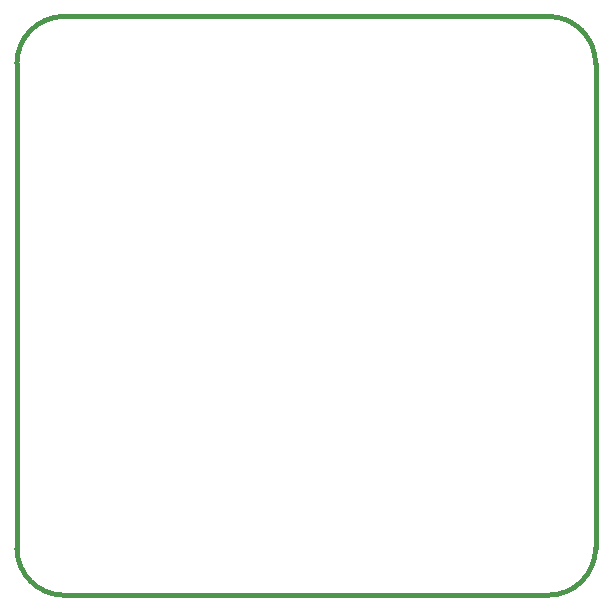
<source format=gm1>
G04 #@! TF.GenerationSoftware,KiCad,Pcbnew,(5.1.5)-3*
G04 #@! TF.CreationDate,2021-08-15T08:32:46-04:00*
G04 #@! TF.ProjectId,ADE1-MIXER,41444531-2d4d-4495-9845-522e6b696361,rev?*
G04 #@! TF.SameCoordinates,Original*
G04 #@! TF.FileFunction,Profile,NP*
%FSLAX46Y46*%
G04 Gerber Fmt 4.6, Leading zero omitted, Abs format (unit mm)*
G04 Created by KiCad (PCBNEW (5.1.5)-3) date 2021-08-15 08:32:46*
%MOMM*%
%LPD*%
G04 APERTURE LIST*
%ADD10C,0.381000*%
G04 APERTURE END LIST*
D10*
X4000000Y-49000000D02*
G75*
G02X0Y-45000000I0J4000000D01*
G01*
X49000000Y-45000000D02*
G75*
G02X45000000Y-49000000I-4000000J0D01*
G01*
X45000000Y0D02*
G75*
G02X49000000Y-4000000I0J-4000000D01*
G01*
X0Y-4000000D02*
G75*
G02X4000000Y0I4000000J0D01*
G01*
X0Y-45000000D02*
X0Y-4000000D01*
X45000000Y-49000000D02*
X4000000Y-49000000D01*
X49000000Y-4000000D02*
X49000000Y-45000000D01*
X4000000Y0D02*
X45000000Y0D01*
M02*

</source>
